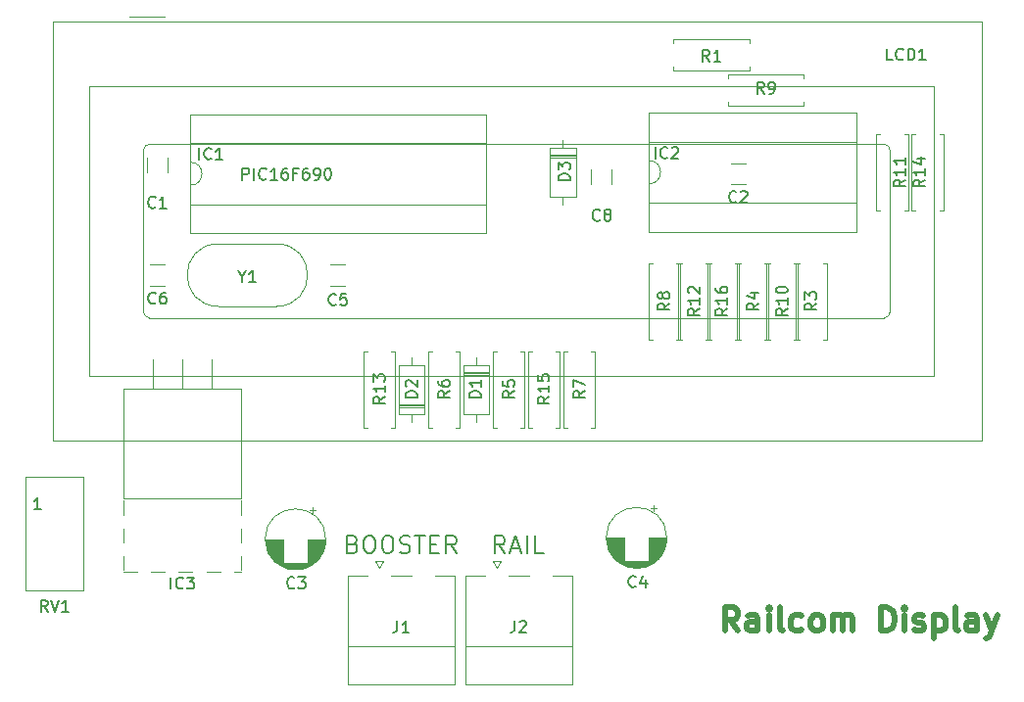
<source format=gto>
G04 #@! TF.GenerationSoftware,KiCad,Pcbnew,(6.0.9)*
G04 #@! TF.CreationDate,2022-11-22T09:13:48+09:00*
G04 #@! TF.ProjectId,RailcomDisplay,5261696c-636f-46d4-9469-73706c61792e,rev?*
G04 #@! TF.SameCoordinates,PX6021600PY87cda00*
G04 #@! TF.FileFunction,Legend,Top*
G04 #@! TF.FilePolarity,Positive*
%FSLAX46Y46*%
G04 Gerber Fmt 4.6, Leading zero omitted, Abs format (unit mm)*
G04 Created by KiCad (PCBNEW (6.0.9)) date 2022-11-22 09:13:48*
%MOMM*%
%LPD*%
G01*
G04 APERTURE LIST*
%ADD10C,0.150000*%
%ADD11C,0.500000*%
%ADD12C,0.120000*%
G04 APERTURE END LIST*
D10*
X26162476Y43807120D02*
X26162476Y44807120D01*
X26543428Y44807120D01*
X26638666Y44759500D01*
X26686285Y44711881D01*
X26733904Y44616643D01*
X26733904Y44473786D01*
X26686285Y44378548D01*
X26638666Y44330929D01*
X26543428Y44283310D01*
X26162476Y44283310D01*
X27162476Y43807120D02*
X27162476Y44807120D01*
X28210095Y43902358D02*
X28162476Y43854739D01*
X28019619Y43807120D01*
X27924380Y43807120D01*
X27781523Y43854739D01*
X27686285Y43949977D01*
X27638666Y44045215D01*
X27591047Y44235691D01*
X27591047Y44378548D01*
X27638666Y44569024D01*
X27686285Y44664262D01*
X27781523Y44759500D01*
X27924380Y44807120D01*
X28019619Y44807120D01*
X28162476Y44759500D01*
X28210095Y44711881D01*
X29162476Y43807120D02*
X28591047Y43807120D01*
X28876761Y43807120D02*
X28876761Y44807120D01*
X28781523Y44664262D01*
X28686285Y44569024D01*
X28591047Y44521405D01*
X30019619Y44807120D02*
X29829142Y44807120D01*
X29733904Y44759500D01*
X29686285Y44711881D01*
X29591047Y44569024D01*
X29543428Y44378548D01*
X29543428Y43997596D01*
X29591047Y43902358D01*
X29638666Y43854739D01*
X29733904Y43807120D01*
X29924380Y43807120D01*
X30019619Y43854739D01*
X30067238Y43902358D01*
X30114857Y43997596D01*
X30114857Y44235691D01*
X30067238Y44330929D01*
X30019619Y44378548D01*
X29924380Y44426167D01*
X29733904Y44426167D01*
X29638666Y44378548D01*
X29591047Y44330929D01*
X29543428Y44235691D01*
X30876761Y44330929D02*
X30543428Y44330929D01*
X30543428Y43807120D02*
X30543428Y44807120D01*
X31019619Y44807120D01*
X31829142Y44807120D02*
X31638666Y44807120D01*
X31543428Y44759500D01*
X31495809Y44711881D01*
X31400571Y44569024D01*
X31352952Y44378548D01*
X31352952Y43997596D01*
X31400571Y43902358D01*
X31448190Y43854739D01*
X31543428Y43807120D01*
X31733904Y43807120D01*
X31829142Y43854739D01*
X31876761Y43902358D01*
X31924380Y43997596D01*
X31924380Y44235691D01*
X31876761Y44330929D01*
X31829142Y44378548D01*
X31733904Y44426167D01*
X31543428Y44426167D01*
X31448190Y44378548D01*
X31400571Y44330929D01*
X31352952Y44235691D01*
X32400571Y43807120D02*
X32591047Y43807120D01*
X32686285Y43854739D01*
X32733904Y43902358D01*
X32829142Y44045215D01*
X32876761Y44235691D01*
X32876761Y44616643D01*
X32829142Y44711881D01*
X32781523Y44759500D01*
X32686285Y44807120D01*
X32495809Y44807120D01*
X32400571Y44759500D01*
X32352952Y44711881D01*
X32305333Y44616643D01*
X32305333Y44378548D01*
X32352952Y44283310D01*
X32400571Y44235691D01*
X32495809Y44188072D01*
X32686285Y44188072D01*
X32781523Y44235691D01*
X32829142Y44283310D01*
X32876761Y44378548D01*
X33495809Y44807120D02*
X33591047Y44807120D01*
X33686285Y44759500D01*
X33733904Y44711881D01*
X33781523Y44616643D01*
X33829142Y44426167D01*
X33829142Y44188072D01*
X33781523Y43997596D01*
X33733904Y43902358D01*
X33686285Y43854739D01*
X33591047Y43807120D01*
X33495809Y43807120D01*
X33400571Y43854739D01*
X33352952Y43902358D01*
X33305333Y43997596D01*
X33257714Y44188072D01*
X33257714Y44426167D01*
X33305333Y44616643D01*
X33352952Y44711881D01*
X33400571Y44759500D01*
X33495809Y44807120D01*
D11*
X68978190Y4810239D02*
X68311523Y5762620D01*
X67835333Y4810239D02*
X67835333Y6810239D01*
X68597238Y6810239D01*
X68787714Y6715000D01*
X68882952Y6619762D01*
X68978190Y6429286D01*
X68978190Y6143572D01*
X68882952Y5953096D01*
X68787714Y5857858D01*
X68597238Y5762620D01*
X67835333Y5762620D01*
X70692476Y4810239D02*
X70692476Y5857858D01*
X70597238Y6048334D01*
X70406761Y6143572D01*
X70025809Y6143572D01*
X69835333Y6048334D01*
X70692476Y4905477D02*
X70502000Y4810239D01*
X70025809Y4810239D01*
X69835333Y4905477D01*
X69740095Y5095953D01*
X69740095Y5286429D01*
X69835333Y5476905D01*
X70025809Y5572143D01*
X70502000Y5572143D01*
X70692476Y5667381D01*
X71644857Y4810239D02*
X71644857Y6143572D01*
X71644857Y6810239D02*
X71549619Y6715000D01*
X71644857Y6619762D01*
X71740095Y6715000D01*
X71644857Y6810239D01*
X71644857Y6619762D01*
X72882952Y4810239D02*
X72692476Y4905477D01*
X72597238Y5095953D01*
X72597238Y6810239D01*
X74502000Y4905477D02*
X74311523Y4810239D01*
X73930571Y4810239D01*
X73740095Y4905477D01*
X73644857Y5000715D01*
X73549619Y5191191D01*
X73549619Y5762620D01*
X73644857Y5953096D01*
X73740095Y6048334D01*
X73930571Y6143572D01*
X74311523Y6143572D01*
X74502000Y6048334D01*
X75644857Y4810239D02*
X75454380Y4905477D01*
X75359142Y5000715D01*
X75263904Y5191191D01*
X75263904Y5762620D01*
X75359142Y5953096D01*
X75454380Y6048334D01*
X75644857Y6143572D01*
X75930571Y6143572D01*
X76121047Y6048334D01*
X76216285Y5953096D01*
X76311523Y5762620D01*
X76311523Y5191191D01*
X76216285Y5000715D01*
X76121047Y4905477D01*
X75930571Y4810239D01*
X75644857Y4810239D01*
X77168666Y4810239D02*
X77168666Y6143572D01*
X77168666Y5953096D02*
X77263904Y6048334D01*
X77454380Y6143572D01*
X77740095Y6143572D01*
X77930571Y6048334D01*
X78025809Y5857858D01*
X78025809Y4810239D01*
X78025809Y5857858D02*
X78121047Y6048334D01*
X78311523Y6143572D01*
X78597238Y6143572D01*
X78787714Y6048334D01*
X78882952Y5857858D01*
X78882952Y4810239D01*
X81359142Y4810239D02*
X81359142Y6810239D01*
X81835333Y6810239D01*
X82121047Y6715000D01*
X82311523Y6524524D01*
X82406761Y6334048D01*
X82502000Y5953096D01*
X82502000Y5667381D01*
X82406761Y5286429D01*
X82311523Y5095953D01*
X82121047Y4905477D01*
X81835333Y4810239D01*
X81359142Y4810239D01*
X83359142Y4810239D02*
X83359142Y6143572D01*
X83359142Y6810239D02*
X83263904Y6715000D01*
X83359142Y6619762D01*
X83454380Y6715000D01*
X83359142Y6810239D01*
X83359142Y6619762D01*
X84216285Y4905477D02*
X84406761Y4810239D01*
X84787714Y4810239D01*
X84978190Y4905477D01*
X85073428Y5095953D01*
X85073428Y5191191D01*
X84978190Y5381667D01*
X84787714Y5476905D01*
X84502000Y5476905D01*
X84311523Y5572143D01*
X84216285Y5762620D01*
X84216285Y5857858D01*
X84311523Y6048334D01*
X84502000Y6143572D01*
X84787714Y6143572D01*
X84978190Y6048334D01*
X85930571Y6143572D02*
X85930571Y4143572D01*
X85930571Y6048334D02*
X86121047Y6143572D01*
X86502000Y6143572D01*
X86692476Y6048334D01*
X86787714Y5953096D01*
X86882952Y5762620D01*
X86882952Y5191191D01*
X86787714Y5000715D01*
X86692476Y4905477D01*
X86502000Y4810239D01*
X86121047Y4810239D01*
X85930571Y4905477D01*
X88025809Y4810239D02*
X87835333Y4905477D01*
X87740095Y5095953D01*
X87740095Y6810239D01*
X89644857Y4810239D02*
X89644857Y5857858D01*
X89549619Y6048334D01*
X89359142Y6143572D01*
X88978190Y6143572D01*
X88787714Y6048334D01*
X89644857Y4905477D02*
X89454380Y4810239D01*
X88978190Y4810239D01*
X88787714Y4905477D01*
X88692476Y5095953D01*
X88692476Y5286429D01*
X88787714Y5476905D01*
X88978190Y5572143D01*
X89454380Y5572143D01*
X89644857Y5667381D01*
X90406761Y6143572D02*
X90882952Y4810239D01*
X91359142Y6143572D02*
X90882952Y4810239D01*
X90692476Y4334048D01*
X90597238Y4238810D01*
X90406761Y4143572D01*
D10*
X35699428Y12299143D02*
X35913714Y12227715D01*
X35985142Y12156286D01*
X36056571Y12013429D01*
X36056571Y11799143D01*
X35985142Y11656286D01*
X35913714Y11584858D01*
X35770857Y11513429D01*
X35199428Y11513429D01*
X35199428Y13013429D01*
X35699428Y13013429D01*
X35842285Y12942000D01*
X35913714Y12870572D01*
X35985142Y12727715D01*
X35985142Y12584858D01*
X35913714Y12442000D01*
X35842285Y12370572D01*
X35699428Y12299143D01*
X35199428Y12299143D01*
X36985142Y13013429D02*
X37270857Y13013429D01*
X37413714Y12942000D01*
X37556571Y12799143D01*
X37628000Y12513429D01*
X37628000Y12013429D01*
X37556571Y11727715D01*
X37413714Y11584858D01*
X37270857Y11513429D01*
X36985142Y11513429D01*
X36842285Y11584858D01*
X36699428Y11727715D01*
X36628000Y12013429D01*
X36628000Y12513429D01*
X36699428Y12799143D01*
X36842285Y12942000D01*
X36985142Y13013429D01*
X38556571Y13013429D02*
X38842285Y13013429D01*
X38985142Y12942000D01*
X39128000Y12799143D01*
X39199428Y12513429D01*
X39199428Y12013429D01*
X39128000Y11727715D01*
X38985142Y11584858D01*
X38842285Y11513429D01*
X38556571Y11513429D01*
X38413714Y11584858D01*
X38270857Y11727715D01*
X38199428Y12013429D01*
X38199428Y12513429D01*
X38270857Y12799143D01*
X38413714Y12942000D01*
X38556571Y13013429D01*
X39770857Y11584858D02*
X39985142Y11513429D01*
X40342285Y11513429D01*
X40485142Y11584858D01*
X40556571Y11656286D01*
X40628000Y11799143D01*
X40628000Y11942000D01*
X40556571Y12084858D01*
X40485142Y12156286D01*
X40342285Y12227715D01*
X40056571Y12299143D01*
X39913714Y12370572D01*
X39842285Y12442000D01*
X39770857Y12584858D01*
X39770857Y12727715D01*
X39842285Y12870572D01*
X39913714Y12942000D01*
X40056571Y13013429D01*
X40413714Y13013429D01*
X40628000Y12942000D01*
X41056571Y13013429D02*
X41913714Y13013429D01*
X41485142Y11513429D02*
X41485142Y13013429D01*
X42413714Y12299143D02*
X42913714Y12299143D01*
X43128000Y11513429D02*
X42413714Y11513429D01*
X42413714Y13013429D01*
X43128000Y13013429D01*
X44628000Y11513429D02*
X44128000Y12227715D01*
X43770857Y11513429D02*
X43770857Y13013429D01*
X44342285Y13013429D01*
X44485142Y12942000D01*
X44556571Y12870572D01*
X44628000Y12727715D01*
X44628000Y12513429D01*
X44556571Y12370572D01*
X44485142Y12299143D01*
X44342285Y12227715D01*
X43770857Y12227715D01*
X48831642Y11513429D02*
X48331642Y12227715D01*
X47974500Y11513429D02*
X47974500Y13013429D01*
X48545928Y13013429D01*
X48688785Y12942000D01*
X48760214Y12870572D01*
X48831642Y12727715D01*
X48831642Y12513429D01*
X48760214Y12370572D01*
X48688785Y12299143D01*
X48545928Y12227715D01*
X47974500Y12227715D01*
X49403071Y11942000D02*
X50117357Y11942000D01*
X49260214Y11513429D02*
X49760214Y13013429D01*
X50260214Y11513429D01*
X50760214Y11513429D02*
X50760214Y13013429D01*
X52188785Y11513429D02*
X51474500Y11513429D01*
X51474500Y13013429D01*
X8731214Y15295620D02*
X8159785Y15295620D01*
X8445500Y15295620D02*
X8445500Y16295620D01*
X8350261Y16152762D01*
X8255023Y16057524D01*
X8159785Y16009905D01*
X18633333Y41442858D02*
X18585714Y41395239D01*
X18442857Y41347620D01*
X18347619Y41347620D01*
X18204761Y41395239D01*
X18109523Y41490477D01*
X18061904Y41585715D01*
X18014285Y41776191D01*
X18014285Y41919048D01*
X18061904Y42109524D01*
X18109523Y42204762D01*
X18204761Y42300000D01*
X18347619Y42347620D01*
X18442857Y42347620D01*
X18585714Y42300000D01*
X18633333Y42252381D01*
X19585714Y41347620D02*
X19014285Y41347620D01*
X19300000Y41347620D02*
X19300000Y42347620D01*
X19204761Y42204762D01*
X19109523Y42109524D01*
X19014285Y42061905D01*
X68814333Y41915858D02*
X68766714Y41868239D01*
X68623857Y41820620D01*
X68528619Y41820620D01*
X68385761Y41868239D01*
X68290523Y41963477D01*
X68242904Y42058715D01*
X68195285Y42249191D01*
X68195285Y42392048D01*
X68242904Y42582524D01*
X68290523Y42677762D01*
X68385761Y42773000D01*
X68528619Y42820620D01*
X68623857Y42820620D01*
X68766714Y42773000D01*
X68814333Y42725381D01*
X69195285Y42725381D02*
X69242904Y42773000D01*
X69338142Y42820620D01*
X69576238Y42820620D01*
X69671476Y42773000D01*
X69719095Y42725381D01*
X69766714Y42630143D01*
X69766714Y42534905D01*
X69719095Y42392048D01*
X69147666Y41820620D01*
X69766714Y41820620D01*
X34230333Y33042858D02*
X34182714Y32995239D01*
X34039857Y32947620D01*
X33944619Y32947620D01*
X33801761Y32995239D01*
X33706523Y33090477D01*
X33658904Y33185715D01*
X33611285Y33376191D01*
X33611285Y33519048D01*
X33658904Y33709524D01*
X33706523Y33804762D01*
X33801761Y33900000D01*
X33944619Y33947620D01*
X34039857Y33947620D01*
X34182714Y33900000D01*
X34230333Y33852381D01*
X35135095Y33947620D02*
X34658904Y33947620D01*
X34611285Y33471429D01*
X34658904Y33519048D01*
X34754142Y33566667D01*
X34992238Y33566667D01*
X35087476Y33519048D01*
X35135095Y33471429D01*
X35182714Y33376191D01*
X35182714Y33138096D01*
X35135095Y33042858D01*
X35087476Y32995239D01*
X34992238Y32947620D01*
X34754142Y32947620D01*
X34658904Y32995239D01*
X34611285Y33042858D01*
X61823809Y45647620D02*
X61823809Y46647620D01*
X62871428Y45742858D02*
X62823809Y45695239D01*
X62680952Y45647620D01*
X62585714Y45647620D01*
X62442857Y45695239D01*
X62347619Y45790477D01*
X62300000Y45885715D01*
X62252380Y46076191D01*
X62252380Y46219048D01*
X62300000Y46409524D01*
X62347619Y46504762D01*
X62442857Y46600000D01*
X62585714Y46647620D01*
X62680952Y46647620D01*
X62823809Y46600000D01*
X62871428Y46552381D01*
X63252380Y46552381D02*
X63300000Y46600000D01*
X63395238Y46647620D01*
X63633333Y46647620D01*
X63728571Y46600000D01*
X63776190Y46552381D01*
X63823809Y46457143D01*
X63823809Y46361905D01*
X63776190Y46219048D01*
X63204761Y45647620D01*
X63823809Y45647620D01*
X39539666Y5647620D02*
X39539666Y4933334D01*
X39492047Y4790477D01*
X39396809Y4695239D01*
X39253952Y4647620D01*
X39158714Y4647620D01*
X40539666Y4647620D02*
X39968238Y4647620D01*
X40253952Y4647620D02*
X40253952Y5647620D01*
X40158714Y5504762D01*
X40063476Y5409524D01*
X39968238Y5361905D01*
X49666666Y5647620D02*
X49666666Y4933334D01*
X49619047Y4790477D01*
X49523809Y4695239D01*
X49380952Y4647620D01*
X49285714Y4647620D01*
X50095238Y5552381D02*
X50142857Y5600000D01*
X50238095Y5647620D01*
X50476190Y5647620D01*
X50571428Y5600000D01*
X50619047Y5552381D01*
X50666666Y5457143D01*
X50666666Y5361905D01*
X50619047Y5219048D01*
X50047619Y4647620D01*
X50666666Y4647620D01*
X9315761Y6447620D02*
X8982428Y6923810D01*
X8744333Y6447620D02*
X8744333Y7447620D01*
X9125285Y7447620D01*
X9220523Y7400000D01*
X9268142Y7352381D01*
X9315761Y7257143D01*
X9315761Y7114286D01*
X9268142Y7019048D01*
X9220523Y6971429D01*
X9125285Y6923810D01*
X8744333Y6923810D01*
X9601476Y7447620D02*
X9934809Y6447620D01*
X10268142Y7447620D01*
X11125285Y6447620D02*
X10553857Y6447620D01*
X10839571Y6447620D02*
X10839571Y7447620D01*
X10744333Y7304762D01*
X10649095Y7209524D01*
X10553857Y7161905D01*
X26106809Y35423810D02*
X26106809Y34947620D01*
X25773476Y35947620D02*
X26106809Y35423810D01*
X26440142Y35947620D01*
X27297285Y34947620D02*
X26725857Y34947620D01*
X27011571Y34947620D02*
X27011571Y35947620D01*
X26916333Y35804762D01*
X26821095Y35709524D01*
X26725857Y35661905D01*
X22423809Y45547620D02*
X22423809Y46547620D01*
X23471428Y45642858D02*
X23423809Y45595239D01*
X23280952Y45547620D01*
X23185714Y45547620D01*
X23042857Y45595239D01*
X22947619Y45690477D01*
X22900000Y45785715D01*
X22852380Y45976191D01*
X22852380Y46119048D01*
X22900000Y46309524D01*
X22947619Y46404762D01*
X23042857Y46500000D01*
X23185714Y46547620D01*
X23280952Y46547620D01*
X23423809Y46500000D01*
X23471428Y46452381D01*
X24423809Y45547620D02*
X23852380Y45547620D01*
X24138095Y45547620D02*
X24138095Y46547620D01*
X24042857Y46404762D01*
X23947619Y46309524D01*
X23852380Y46261905D01*
X54452380Y43761905D02*
X53452380Y43761905D01*
X53452380Y44000000D01*
X53500000Y44142858D01*
X53595238Y44238096D01*
X53690476Y44285715D01*
X53880952Y44333334D01*
X54023809Y44333334D01*
X54214285Y44285715D01*
X54309523Y44238096D01*
X54404761Y44142858D01*
X54452380Y44000000D01*
X54452380Y43761905D01*
X53452380Y44666667D02*
X53452380Y45285715D01*
X53833333Y44952381D01*
X53833333Y45095239D01*
X53880952Y45190477D01*
X53928571Y45238096D01*
X54023809Y45285715D01*
X54261904Y45285715D01*
X54357142Y45238096D01*
X54404761Y45190477D01*
X54452380Y45095239D01*
X54452380Y44809524D01*
X54404761Y44714286D01*
X54357142Y44666667D01*
X57033333Y40342858D02*
X56985714Y40295239D01*
X56842857Y40247620D01*
X56747619Y40247620D01*
X56604761Y40295239D01*
X56509523Y40390477D01*
X56461904Y40485715D01*
X56414285Y40676191D01*
X56414285Y40819048D01*
X56461904Y41009524D01*
X56509523Y41104762D01*
X56604761Y41200000D01*
X56747619Y41247620D01*
X56842857Y41247620D01*
X56985714Y41200000D01*
X57033333Y41152381D01*
X57604761Y40819048D02*
X57509523Y40866667D01*
X57461904Y40914286D01*
X57414285Y41009524D01*
X57414285Y41057143D01*
X57461904Y41152381D01*
X57509523Y41200000D01*
X57604761Y41247620D01*
X57795238Y41247620D01*
X57890476Y41200000D01*
X57938095Y41152381D01*
X57985714Y41057143D01*
X57985714Y41009524D01*
X57938095Y40914286D01*
X57890476Y40866667D01*
X57795238Y40819048D01*
X57604761Y40819048D01*
X57509523Y40771429D01*
X57461904Y40723810D01*
X57414285Y40628572D01*
X57414285Y40438096D01*
X57461904Y40342858D01*
X57509523Y40295239D01*
X57604761Y40247620D01*
X57795238Y40247620D01*
X57890476Y40295239D01*
X57938095Y40342858D01*
X57985714Y40438096D01*
X57985714Y40628572D01*
X57938095Y40723810D01*
X57890476Y40771429D01*
X57795238Y40819048D01*
X60133333Y8642858D02*
X60085714Y8595239D01*
X59942857Y8547620D01*
X59847619Y8547620D01*
X59704761Y8595239D01*
X59609523Y8690477D01*
X59561904Y8785715D01*
X59514285Y8976191D01*
X59514285Y9119048D01*
X59561904Y9309524D01*
X59609523Y9404762D01*
X59704761Y9500000D01*
X59847619Y9547620D01*
X59942857Y9547620D01*
X60085714Y9500000D01*
X60133333Y9452381D01*
X60990476Y9214286D02*
X60990476Y8547620D01*
X60752380Y9595239D02*
X60514285Y8880953D01*
X61133333Y8880953D01*
X18649333Y33152858D02*
X18601714Y33105239D01*
X18458857Y33057620D01*
X18363619Y33057620D01*
X18220761Y33105239D01*
X18125523Y33200477D01*
X18077904Y33295715D01*
X18030285Y33486191D01*
X18030285Y33629048D01*
X18077904Y33819524D01*
X18125523Y33914762D01*
X18220761Y34010000D01*
X18363619Y34057620D01*
X18458857Y34057620D01*
X18601714Y34010000D01*
X18649333Y33962381D01*
X19506476Y34057620D02*
X19316000Y34057620D01*
X19220761Y34010000D01*
X19173142Y33962381D01*
X19077904Y33819524D01*
X19030285Y33629048D01*
X19030285Y33248096D01*
X19077904Y33152858D01*
X19125523Y33105239D01*
X19220761Y33057620D01*
X19411238Y33057620D01*
X19506476Y33105239D01*
X19554095Y33152858D01*
X19601714Y33248096D01*
X19601714Y33486191D01*
X19554095Y33581429D01*
X19506476Y33629048D01*
X19411238Y33676667D01*
X19220761Y33676667D01*
X19125523Y33629048D01*
X19077904Y33581429D01*
X19030285Y33486191D01*
X41252380Y24961905D02*
X40252380Y24961905D01*
X40252380Y25200000D01*
X40300000Y25342858D01*
X40395238Y25438096D01*
X40490476Y25485715D01*
X40680952Y25533334D01*
X40823809Y25533334D01*
X41014285Y25485715D01*
X41109523Y25438096D01*
X41204761Y25342858D01*
X41252380Y25200000D01*
X41252380Y24961905D01*
X40347619Y25914286D02*
X40300000Y25961905D01*
X40252380Y26057143D01*
X40252380Y26295239D01*
X40300000Y26390477D01*
X40347619Y26438096D01*
X40442857Y26485715D01*
X40538095Y26485715D01*
X40680952Y26438096D01*
X41252380Y25866667D01*
X41252380Y26485715D01*
X66508333Y54047620D02*
X66175000Y54523810D01*
X65936904Y54047620D02*
X65936904Y55047620D01*
X66317857Y55047620D01*
X66413095Y55000000D01*
X66460714Y54952381D01*
X66508333Y54857143D01*
X66508333Y54714286D01*
X66460714Y54619048D01*
X66413095Y54571429D01*
X66317857Y54523810D01*
X65936904Y54523810D01*
X67460714Y54047620D02*
X66889285Y54047620D01*
X67175000Y54047620D02*
X67175000Y55047620D01*
X67079761Y54904762D01*
X66984523Y54809524D01*
X66889285Y54761905D01*
X75752380Y33133334D02*
X75276190Y32800000D01*
X75752380Y32561905D02*
X74752380Y32561905D01*
X74752380Y32942858D01*
X74800000Y33038096D01*
X74847619Y33085715D01*
X74942857Y33133334D01*
X75085714Y33133334D01*
X75180952Y33085715D01*
X75228571Y33038096D01*
X75276190Y32942858D01*
X75276190Y32561905D01*
X74752380Y33466667D02*
X74752380Y34085715D01*
X75133333Y33752381D01*
X75133333Y33895239D01*
X75180952Y33990477D01*
X75228571Y34038096D01*
X75323809Y34085715D01*
X75561904Y34085715D01*
X75657142Y34038096D01*
X75704761Y33990477D01*
X75752380Y33895239D01*
X75752380Y33609524D01*
X75704761Y33514286D01*
X75657142Y33466667D01*
X70752380Y33133334D02*
X70276190Y32800000D01*
X70752380Y32561905D02*
X69752380Y32561905D01*
X69752380Y32942858D01*
X69800000Y33038096D01*
X69847619Y33085715D01*
X69942857Y33133334D01*
X70085714Y33133334D01*
X70180952Y33085715D01*
X70228571Y33038096D01*
X70276190Y32942858D01*
X70276190Y32561905D01*
X70085714Y33990477D02*
X70752380Y33990477D01*
X69704761Y33752381D02*
X70419047Y33514286D01*
X70419047Y34133334D01*
X49652380Y25533334D02*
X49176190Y25200000D01*
X49652380Y24961905D02*
X48652380Y24961905D01*
X48652380Y25342858D01*
X48700000Y25438096D01*
X48747619Y25485715D01*
X48842857Y25533334D01*
X48985714Y25533334D01*
X49080952Y25485715D01*
X49128571Y25438096D01*
X49176190Y25342858D01*
X49176190Y24961905D01*
X48652380Y26438096D02*
X48652380Y25961905D01*
X49128571Y25914286D01*
X49080952Y25961905D01*
X49033333Y26057143D01*
X49033333Y26295239D01*
X49080952Y26390477D01*
X49128571Y26438096D01*
X49223809Y26485715D01*
X49461904Y26485715D01*
X49557142Y26438096D01*
X49604761Y26390477D01*
X49652380Y26295239D01*
X49652380Y26057143D01*
X49604761Y25961905D01*
X49557142Y25914286D01*
X44052380Y25533334D02*
X43576190Y25200000D01*
X44052380Y24961905D02*
X43052380Y24961905D01*
X43052380Y25342858D01*
X43100000Y25438096D01*
X43147619Y25485715D01*
X43242857Y25533334D01*
X43385714Y25533334D01*
X43480952Y25485715D01*
X43528571Y25438096D01*
X43576190Y25342858D01*
X43576190Y24961905D01*
X43052380Y26390477D02*
X43052380Y26200000D01*
X43100000Y26104762D01*
X43147619Y26057143D01*
X43290476Y25961905D01*
X43480952Y25914286D01*
X43861904Y25914286D01*
X43957142Y25961905D01*
X44004761Y26009524D01*
X44052380Y26104762D01*
X44052380Y26295239D01*
X44004761Y26390477D01*
X43957142Y26438096D01*
X43861904Y26485715D01*
X43623809Y26485715D01*
X43528571Y26438096D01*
X43480952Y26390477D01*
X43433333Y26295239D01*
X43433333Y26104762D01*
X43480952Y26009524D01*
X43528571Y25961905D01*
X43623809Y25914286D01*
X63052380Y33133334D02*
X62576190Y32800000D01*
X63052380Y32561905D02*
X62052380Y32561905D01*
X62052380Y32942858D01*
X62100000Y33038096D01*
X62147619Y33085715D01*
X62242857Y33133334D01*
X62385714Y33133334D01*
X62480952Y33085715D01*
X62528571Y33038096D01*
X62576190Y32942858D01*
X62576190Y32561905D01*
X62480952Y33704762D02*
X62433333Y33609524D01*
X62385714Y33561905D01*
X62290476Y33514286D01*
X62242857Y33514286D01*
X62147619Y33561905D01*
X62100000Y33609524D01*
X62052380Y33704762D01*
X62052380Y33895239D01*
X62100000Y33990477D01*
X62147619Y34038096D01*
X62242857Y34085715D01*
X62290476Y34085715D01*
X62385714Y34038096D01*
X62433333Y33990477D01*
X62480952Y33895239D01*
X62480952Y33704762D01*
X62528571Y33609524D01*
X62576190Y33561905D01*
X62671428Y33514286D01*
X62861904Y33514286D01*
X62957142Y33561905D01*
X63004761Y33609524D01*
X63052380Y33704762D01*
X63052380Y33895239D01*
X63004761Y33990477D01*
X62957142Y34038096D01*
X62861904Y34085715D01*
X62671428Y34085715D01*
X62576190Y34038096D01*
X62528571Y33990477D01*
X62480952Y33895239D01*
X71207333Y51247620D02*
X70874000Y51723810D01*
X70635904Y51247620D02*
X70635904Y52247620D01*
X71016857Y52247620D01*
X71112095Y52200000D01*
X71159714Y52152381D01*
X71207333Y52057143D01*
X71207333Y51914286D01*
X71159714Y51819048D01*
X71112095Y51771429D01*
X71016857Y51723810D01*
X70635904Y51723810D01*
X71683523Y51247620D02*
X71874000Y51247620D01*
X71969238Y51295239D01*
X72016857Y51342858D01*
X72112095Y51485715D01*
X72159714Y51676191D01*
X72159714Y52057143D01*
X72112095Y52152381D01*
X72064476Y52200000D01*
X71969238Y52247620D01*
X71778761Y52247620D01*
X71683523Y52200000D01*
X71635904Y52152381D01*
X71588285Y52057143D01*
X71588285Y51819048D01*
X71635904Y51723810D01*
X71683523Y51676191D01*
X71778761Y51628572D01*
X71969238Y51628572D01*
X72064476Y51676191D01*
X72112095Y51723810D01*
X72159714Y51819048D01*
X73252380Y32657143D02*
X72776190Y32323810D01*
X73252380Y32085715D02*
X72252380Y32085715D01*
X72252380Y32466667D01*
X72300000Y32561905D01*
X72347619Y32609524D01*
X72442857Y32657143D01*
X72585714Y32657143D01*
X72680952Y32609524D01*
X72728571Y32561905D01*
X72776190Y32466667D01*
X72776190Y32085715D01*
X73252380Y33609524D02*
X73252380Y33038096D01*
X73252380Y33323810D02*
X72252380Y33323810D01*
X72395238Y33228572D01*
X72490476Y33133334D01*
X72538095Y33038096D01*
X72252380Y34228572D02*
X72252380Y34323810D01*
X72300000Y34419048D01*
X72347619Y34466667D01*
X72442857Y34514286D01*
X72633333Y34561905D01*
X72871428Y34561905D01*
X73061904Y34514286D01*
X73157142Y34466667D01*
X73204761Y34419048D01*
X73252380Y34323810D01*
X73252380Y34228572D01*
X73204761Y34133334D01*
X73157142Y34085715D01*
X73061904Y34038096D01*
X72871428Y33990477D01*
X72633333Y33990477D01*
X72442857Y34038096D01*
X72347619Y34085715D01*
X72300000Y34133334D01*
X72252380Y34228572D01*
X65652380Y32657143D02*
X65176190Y32323810D01*
X65652380Y32085715D02*
X64652380Y32085715D01*
X64652380Y32466667D01*
X64700000Y32561905D01*
X64747619Y32609524D01*
X64842857Y32657143D01*
X64985714Y32657143D01*
X65080952Y32609524D01*
X65128571Y32561905D01*
X65176190Y32466667D01*
X65176190Y32085715D01*
X65652380Y33609524D02*
X65652380Y33038096D01*
X65652380Y33323810D02*
X64652380Y33323810D01*
X64795238Y33228572D01*
X64890476Y33133334D01*
X64938095Y33038096D01*
X64747619Y33990477D02*
X64700000Y34038096D01*
X64652380Y34133334D01*
X64652380Y34371429D01*
X64700000Y34466667D01*
X64747619Y34514286D01*
X64842857Y34561905D01*
X64938095Y34561905D01*
X65080952Y34514286D01*
X65652380Y33942858D01*
X65652380Y34561905D01*
X38452380Y25057143D02*
X37976190Y24723810D01*
X38452380Y24485715D02*
X37452380Y24485715D01*
X37452380Y24866667D01*
X37500000Y24961905D01*
X37547619Y25009524D01*
X37642857Y25057143D01*
X37785714Y25057143D01*
X37880952Y25009524D01*
X37928571Y24961905D01*
X37976190Y24866667D01*
X37976190Y24485715D01*
X38452380Y26009524D02*
X38452380Y25438096D01*
X38452380Y25723810D02*
X37452380Y25723810D01*
X37595238Y25628572D01*
X37690476Y25533334D01*
X37738095Y25438096D01*
X37452380Y26342858D02*
X37452380Y26961905D01*
X37833333Y26628572D01*
X37833333Y26771429D01*
X37880952Y26866667D01*
X37928571Y26914286D01*
X38023809Y26961905D01*
X38261904Y26961905D01*
X38357142Y26914286D01*
X38404761Y26866667D01*
X38452380Y26771429D01*
X38452380Y26485715D01*
X38404761Y26390477D01*
X38357142Y26342858D01*
X85118380Y43807143D02*
X84642190Y43473810D01*
X85118380Y43235715D02*
X84118380Y43235715D01*
X84118380Y43616667D01*
X84166000Y43711905D01*
X84213619Y43759524D01*
X84308857Y43807143D01*
X84451714Y43807143D01*
X84546952Y43759524D01*
X84594571Y43711905D01*
X84642190Y43616667D01*
X84642190Y43235715D01*
X85118380Y44759524D02*
X85118380Y44188096D01*
X85118380Y44473810D02*
X84118380Y44473810D01*
X84261238Y44378572D01*
X84356476Y44283334D01*
X84404095Y44188096D01*
X84451714Y45616667D02*
X85118380Y45616667D01*
X84070761Y45378572D02*
X84785047Y45140477D01*
X84785047Y45759524D01*
X68052380Y32657143D02*
X67576190Y32323810D01*
X68052380Y32085715D02*
X67052380Y32085715D01*
X67052380Y32466667D01*
X67100000Y32561905D01*
X67147619Y32609524D01*
X67242857Y32657143D01*
X67385714Y32657143D01*
X67480952Y32609524D01*
X67528571Y32561905D01*
X67576190Y32466667D01*
X67576190Y32085715D01*
X68052380Y33609524D02*
X68052380Y33038096D01*
X68052380Y33323810D02*
X67052380Y33323810D01*
X67195238Y33228572D01*
X67290476Y33133334D01*
X67338095Y33038096D01*
X67052380Y34466667D02*
X67052380Y34276191D01*
X67100000Y34180953D01*
X67147619Y34133334D01*
X67290476Y34038096D01*
X67480952Y33990477D01*
X67861904Y33990477D01*
X67957142Y34038096D01*
X68004761Y34085715D01*
X68052380Y34180953D01*
X68052380Y34371429D01*
X68004761Y34466667D01*
X67957142Y34514286D01*
X67861904Y34561905D01*
X67623809Y34561905D01*
X67528571Y34514286D01*
X67480952Y34466667D01*
X67433333Y34371429D01*
X67433333Y34180953D01*
X67480952Y34085715D01*
X67528571Y34038096D01*
X67623809Y33990477D01*
X55752380Y25533334D02*
X55276190Y25200000D01*
X55752380Y24961905D02*
X54752380Y24961905D01*
X54752380Y25342858D01*
X54800000Y25438096D01*
X54847619Y25485715D01*
X54942857Y25533334D01*
X55085714Y25533334D01*
X55180952Y25485715D01*
X55228571Y25438096D01*
X55276190Y25342858D01*
X55276190Y24961905D01*
X54752380Y25866667D02*
X54752380Y26533334D01*
X55752380Y26104762D01*
X19978809Y8431620D02*
X19978809Y9431620D01*
X21026428Y8526858D02*
X20978809Y8479239D01*
X20835952Y8431620D01*
X20740714Y8431620D01*
X20597857Y8479239D01*
X20502619Y8574477D01*
X20455000Y8669715D01*
X20407380Y8860191D01*
X20407380Y9003048D01*
X20455000Y9193524D01*
X20502619Y9288762D01*
X20597857Y9384000D01*
X20740714Y9431620D01*
X20835952Y9431620D01*
X20978809Y9384000D01*
X21026428Y9336381D01*
X21359761Y9431620D02*
X21978809Y9431620D01*
X21645476Y9050667D01*
X21788333Y9050667D01*
X21883571Y9003048D01*
X21931190Y8955429D01*
X21978809Y8860191D01*
X21978809Y8622096D01*
X21931190Y8526858D01*
X21883571Y8479239D01*
X21788333Y8431620D01*
X21502619Y8431620D01*
X21407380Y8479239D01*
X21359761Y8526858D01*
X82333333Y54147620D02*
X81857142Y54147620D01*
X81857142Y55147620D01*
X83238095Y54242858D02*
X83190476Y54195239D01*
X83047619Y54147620D01*
X82952380Y54147620D01*
X82809523Y54195239D01*
X82714285Y54290477D01*
X82666666Y54385715D01*
X82619047Y54576191D01*
X82619047Y54719048D01*
X82666666Y54909524D01*
X82714285Y55004762D01*
X82809523Y55100000D01*
X82952380Y55147620D01*
X83047619Y55147620D01*
X83190476Y55100000D01*
X83238095Y55052381D01*
X83666666Y54147620D02*
X83666666Y55147620D01*
X83904761Y55147620D01*
X84047619Y55100000D01*
X84142857Y55004762D01*
X84190476Y54909524D01*
X84238095Y54719048D01*
X84238095Y54576191D01*
X84190476Y54385715D01*
X84142857Y54290477D01*
X84047619Y54195239D01*
X83904761Y54147620D01*
X83666666Y54147620D01*
X85190476Y54147620D02*
X84619047Y54147620D01*
X84904761Y54147620D02*
X84904761Y55147620D01*
X84809523Y55004762D01*
X84714285Y54909524D01*
X84619047Y54861905D01*
X52652380Y25057143D02*
X52176190Y24723810D01*
X52652380Y24485715D02*
X51652380Y24485715D01*
X51652380Y24866667D01*
X51700000Y24961905D01*
X51747619Y25009524D01*
X51842857Y25057143D01*
X51985714Y25057143D01*
X52080952Y25009524D01*
X52128571Y24961905D01*
X52176190Y24866667D01*
X52176190Y24485715D01*
X52652380Y26009524D02*
X52652380Y25438096D01*
X52652380Y25723810D02*
X51652380Y25723810D01*
X51795238Y25628572D01*
X51890476Y25533334D01*
X51938095Y25438096D01*
X51652380Y26914286D02*
X51652380Y26438096D01*
X52128571Y26390477D01*
X52080952Y26438096D01*
X52033333Y26533334D01*
X52033333Y26771429D01*
X52080952Y26866667D01*
X52128571Y26914286D01*
X52223809Y26961905D01*
X52461904Y26961905D01*
X52557142Y26914286D01*
X52604761Y26866667D01*
X52652380Y26771429D01*
X52652380Y26533334D01*
X52604761Y26438096D01*
X52557142Y26390477D01*
X30633333Y8542858D02*
X30585714Y8495239D01*
X30442857Y8447620D01*
X30347619Y8447620D01*
X30204761Y8495239D01*
X30109523Y8590477D01*
X30061904Y8685715D01*
X30014285Y8876191D01*
X30014285Y9019048D01*
X30061904Y9209524D01*
X30109523Y9304762D01*
X30204761Y9400000D01*
X30347619Y9447620D01*
X30442857Y9447620D01*
X30585714Y9400000D01*
X30633333Y9352381D01*
X30966666Y9447620D02*
X31585714Y9447620D01*
X31252380Y9066667D01*
X31395238Y9066667D01*
X31490476Y9019048D01*
X31538095Y8971429D01*
X31585714Y8876191D01*
X31585714Y8638096D01*
X31538095Y8542858D01*
X31490476Y8495239D01*
X31395238Y8447620D01*
X31109523Y8447620D01*
X31014285Y8495239D01*
X30966666Y8542858D01*
X83426380Y43807143D02*
X82950190Y43473810D01*
X83426380Y43235715D02*
X82426380Y43235715D01*
X82426380Y43616667D01*
X82474000Y43711905D01*
X82521619Y43759524D01*
X82616857Y43807143D01*
X82759714Y43807143D01*
X82854952Y43759524D01*
X82902571Y43711905D01*
X82950190Y43616667D01*
X82950190Y43235715D01*
X83426380Y44759524D02*
X83426380Y44188096D01*
X83426380Y44473810D02*
X82426380Y44473810D01*
X82569238Y44378572D01*
X82664476Y44283334D01*
X82712095Y44188096D01*
X83426380Y45711905D02*
X83426380Y45140477D01*
X83426380Y45426191D02*
X82426380Y45426191D01*
X82569238Y45330953D01*
X82664476Y45235715D01*
X82712095Y45140477D01*
X46752380Y24961905D02*
X45752380Y24961905D01*
X45752380Y25200000D01*
X45800000Y25342858D01*
X45895238Y25438096D01*
X45990476Y25485715D01*
X46180952Y25533334D01*
X46323809Y25533334D01*
X46514285Y25485715D01*
X46609523Y25438096D01*
X46704761Y25342858D01*
X46752380Y25200000D01*
X46752380Y24961905D01*
X46752380Y26485715D02*
X46752380Y25914286D01*
X46752380Y26200000D02*
X45752380Y26200000D01*
X45895238Y26104762D01*
X45990476Y26009524D01*
X46038095Y25914286D01*
D12*
X19716000Y44436000D02*
X19716000Y45694000D01*
X17876000Y44436000D02*
X17876000Y45694000D01*
X69610000Y45243000D02*
X68352000Y45243000D01*
X69610000Y43403000D02*
X68352000Y43403000D01*
X33768000Y36480000D02*
X35026000Y36480000D01*
X33768000Y34640000D02*
X35026000Y34640000D01*
X61221000Y39310000D02*
X79241000Y39310000D01*
X61221000Y49590000D02*
X61221000Y39310000D01*
X79181000Y41800000D02*
X79181000Y47100000D01*
X79241000Y49590000D02*
X61221000Y49590000D01*
X79181000Y47100000D02*
X61281000Y47100000D01*
X79241000Y39310000D02*
X79241000Y49590000D01*
X61281000Y47100000D02*
X61281000Y45450000D01*
X61281000Y43450000D02*
X61281000Y41800000D01*
X61281000Y41800000D02*
X79181000Y41800000D01*
X61281000Y43450000D02*
G75*
G03*
X61281000Y45450000I0J1000000D01*
G01*
X37673000Y10855000D02*
X38273000Y10855000D01*
X39023000Y9565000D02*
X40733000Y9565000D01*
X37973000Y10255000D02*
X37673000Y10855000D01*
X35263000Y3455000D02*
X44493000Y3455000D01*
X35263000Y9565000D02*
X35263000Y145000D01*
X35263000Y9565000D02*
X36923000Y9565000D01*
X44493000Y9565000D02*
X42833000Y9565000D01*
X44493000Y145000D02*
X44493000Y9565000D01*
X35263000Y145000D02*
X44493000Y145000D01*
X38273000Y10855000D02*
X37973000Y10255000D01*
X45423000Y9565000D02*
X45423000Y145000D01*
X54653000Y145000D02*
X54653000Y9565000D01*
X47833000Y10855000D02*
X48433000Y10855000D01*
X45423000Y3455000D02*
X54653000Y3455000D01*
X49183000Y9565000D02*
X50893000Y9565000D01*
X45423000Y9565000D02*
X47083000Y9565000D01*
X48433000Y10855000D02*
X48133000Y10255000D01*
X54653000Y9565000D02*
X52993000Y9565000D01*
X48133000Y10255000D02*
X47833000Y10855000D01*
X45423000Y145000D02*
X54653000Y145000D01*
X12446000Y8323000D02*
X12446000Y18093000D01*
X7376000Y8323000D02*
X12446000Y8323000D01*
X7376000Y18093000D02*
X12446000Y18093000D01*
X7376000Y8323000D02*
X7376000Y18093000D01*
X29083000Y38260000D02*
X24083000Y38260000D01*
X29083000Y32860000D02*
X24083000Y32860000D01*
X24083000Y38260000D02*
G75*
G03*
X24083000Y32860000I0J-2700000D01*
G01*
X29083000Y32860000D02*
G75*
G03*
X29083000Y38260000I0J2700000D01*
G01*
X21657000Y46973000D02*
X21657000Y45323000D01*
X47177000Y46973000D02*
X21657000Y46973000D01*
X21657000Y43323000D02*
X21657000Y41673000D01*
X21597000Y49463000D02*
X21597000Y39183000D01*
X47237000Y39183000D02*
X47237000Y49463000D01*
X47237000Y49463000D02*
X21597000Y49463000D01*
X21657000Y41673000D02*
X47177000Y41673000D01*
X21597000Y39183000D02*
X47237000Y39183000D01*
X47177000Y41673000D02*
X47177000Y46973000D01*
X21657000Y43323000D02*
G75*
G03*
X21657000Y45323000I0J1000000D01*
G01*
X54968000Y45730000D02*
X52728000Y45730000D01*
X54968000Y42330000D02*
X54968000Y46570000D01*
X52728000Y46570000D02*
X52728000Y42330000D01*
X53848000Y47220000D02*
X53848000Y46570000D01*
X54968000Y46570000D02*
X52728000Y46570000D01*
X52728000Y42330000D02*
X54968000Y42330000D01*
X54968000Y45850000D02*
X52728000Y45850000D01*
X53848000Y41680000D02*
X53848000Y42330000D01*
X54968000Y45970000D02*
X52728000Y45970000D01*
X56230000Y44718000D02*
X56230000Y43460000D01*
X58070000Y44718000D02*
X58070000Y43460000D01*
X59158000Y12122000D02*
X57718000Y12122000D01*
X62778000Y12803000D02*
X61238000Y12803000D01*
X61376000Y10522000D02*
X59020000Y10522000D01*
X62759000Y12523000D02*
X61238000Y12523000D01*
X62748000Y12443000D02*
X61238000Y12443000D01*
X59158000Y10842000D02*
X58545000Y10842000D01*
X60875000Y10322000D02*
X59521000Y10322000D01*
X59158000Y11682000D02*
X57888000Y11682000D01*
X59158000Y11162000D02*
X58227000Y11162000D01*
X62678000Y12122000D02*
X61238000Y12122000D01*
X61851000Y10842000D02*
X61238000Y10842000D01*
X62062000Y11042000D02*
X61238000Y11042000D01*
X59158000Y12683000D02*
X57622000Y12683000D01*
X59158000Y11202000D02*
X58194000Y11202000D01*
X62320000Y11362000D02*
X61238000Y11362000D01*
X62099000Y11082000D02*
X61238000Y11082000D01*
X62774000Y12683000D02*
X61238000Y12683000D01*
X61941000Y10922000D02*
X61238000Y10922000D01*
X62777000Y12763000D02*
X61238000Y12763000D01*
X62653000Y12042000D02*
X61238000Y12042000D01*
X61923000Y15397775D02*
X61423000Y15397775D01*
X59158000Y11402000D02*
X58049000Y11402000D01*
X59158000Y12323000D02*
X57670000Y12323000D01*
X62398000Y11482000D02*
X61238000Y11482000D01*
X62527000Y11722000D02*
X61238000Y11722000D01*
X59158000Y12763000D02*
X57619000Y12763000D01*
X62347000Y11402000D02*
X61238000Y11402000D01*
X62422000Y11522000D02*
X61238000Y11522000D01*
X62734000Y12363000D02*
X61238000Y12363000D01*
X62293000Y11322000D02*
X61238000Y11322000D01*
X62563000Y11802000D02*
X61238000Y11802000D01*
X61752000Y10762000D02*
X58644000Y10762000D01*
X62263000Y11282000D02*
X61238000Y11282000D01*
X59158000Y12483000D02*
X57642000Y12483000D01*
X62546000Y11762000D02*
X61238000Y11762000D01*
X59158000Y12403000D02*
X57655000Y12403000D01*
X62741000Y12403000D02*
X61238000Y12403000D01*
X61673000Y15647775D02*
X61673000Y15147775D01*
X59158000Y11882000D02*
X57800000Y11882000D01*
X62771000Y12643000D02*
X61238000Y12643000D01*
X62024000Y11002000D02*
X61238000Y11002000D01*
X59158000Y12042000D02*
X57743000Y12042000D01*
X59158000Y11602000D02*
X57930000Y11602000D01*
X59158000Y12283000D02*
X57678000Y12283000D01*
X61641000Y10682000D02*
X58755000Y10682000D01*
X59158000Y12803000D02*
X57618000Y12803000D01*
X59158000Y12563000D02*
X57633000Y12563000D01*
X59158000Y12002000D02*
X57756000Y12002000D01*
X59158000Y12363000D02*
X57662000Y12363000D01*
X62626000Y11962000D02*
X61238000Y11962000D01*
X61209000Y10442000D02*
X59187000Y10442000D01*
X59158000Y11362000D02*
X58076000Y11362000D01*
X62466000Y11602000D02*
X61238000Y11602000D01*
X61517000Y10602000D02*
X58879000Y10602000D01*
X59158000Y10922000D02*
X58455000Y10922000D01*
X59158000Y11642000D02*
X57908000Y11642000D01*
X59158000Y11842000D02*
X57816000Y11842000D01*
X59158000Y12203000D02*
X57697000Y12203000D01*
X59158000Y12082000D02*
X57730000Y12082000D01*
X59158000Y11562000D02*
X57951000Y11562000D01*
X61581000Y10642000D02*
X58815000Y10642000D01*
X59158000Y12243000D02*
X57687000Y12243000D01*
X62612000Y11922000D02*
X61238000Y11922000D01*
X59158000Y11962000D02*
X57770000Y11962000D01*
X59158000Y12603000D02*
X57629000Y12603000D01*
X59158000Y10962000D02*
X58413000Y10962000D01*
X60716000Y10282000D02*
X59680000Y10282000D01*
X62718000Y12283000D02*
X61238000Y12283000D01*
X59158000Y11082000D02*
X58297000Y11082000D01*
X60482000Y10242000D02*
X59914000Y10242000D01*
X61296000Y10482000D02*
X59100000Y10482000D01*
X62508000Y11682000D02*
X61238000Y11682000D01*
X62776000Y12723000D02*
X61238000Y12723000D01*
X62726000Y12323000D02*
X61238000Y12323000D01*
X62778000Y12843000D02*
X61238000Y12843000D01*
X59158000Y10882000D02*
X58499000Y10882000D01*
X61803000Y10802000D02*
X58593000Y10802000D01*
X59158000Y12443000D02*
X57648000Y12443000D01*
X62666000Y12082000D02*
X61238000Y12082000D01*
X62373000Y11442000D02*
X61238000Y11442000D01*
X62763000Y12563000D02*
X61238000Y12563000D01*
X62169000Y11162000D02*
X61238000Y11162000D01*
X61698000Y10722000D02*
X58698000Y10722000D01*
X61897000Y10882000D02*
X61238000Y10882000D01*
X62233000Y11242000D02*
X61238000Y11242000D01*
X59158000Y11922000D02*
X57784000Y11922000D01*
X59158000Y12523000D02*
X57637000Y12523000D01*
X61449000Y10562000D02*
X58947000Y10562000D01*
X59158000Y11442000D02*
X58023000Y11442000D01*
X59158000Y11762000D02*
X57850000Y11762000D01*
X59158000Y11482000D02*
X57998000Y11482000D01*
X59158000Y11322000D02*
X58103000Y11322000D01*
X59158000Y11802000D02*
X57833000Y11802000D01*
X59158000Y11722000D02*
X57869000Y11722000D01*
X59158000Y12843000D02*
X57618000Y12843000D01*
X59158000Y11282000D02*
X58133000Y11282000D01*
X62596000Y11882000D02*
X61238000Y11882000D01*
X62754000Y12483000D02*
X61238000Y12483000D01*
X59158000Y11122000D02*
X58261000Y11122000D01*
X61003000Y10362000D02*
X59393000Y10362000D01*
X61983000Y10962000D02*
X61238000Y10962000D01*
X62580000Y11842000D02*
X61238000Y11842000D01*
X59158000Y12723000D02*
X57620000Y12723000D01*
X59158000Y11042000D02*
X58334000Y11042000D01*
X62767000Y12603000D02*
X61238000Y12603000D01*
X62202000Y11202000D02*
X61238000Y11202000D01*
X59158000Y11522000D02*
X57974000Y11522000D01*
X61113000Y10402000D02*
X59283000Y10402000D01*
X59158000Y11242000D02*
X58163000Y11242000D01*
X62640000Y12002000D02*
X61238000Y12002000D01*
X62488000Y11642000D02*
X61238000Y11642000D01*
X62689000Y12163000D02*
X61238000Y12163000D01*
X62699000Y12203000D02*
X61238000Y12203000D01*
X59158000Y11002000D02*
X58372000Y11002000D01*
X62709000Y12243000D02*
X61238000Y12243000D01*
X59158000Y12643000D02*
X57625000Y12643000D01*
X59158000Y12163000D02*
X57707000Y12163000D01*
X62445000Y11562000D02*
X61238000Y11562000D01*
X62135000Y11122000D02*
X61238000Y11122000D01*
X62818000Y12843000D02*
G75*
G03*
X62818000Y12843000I-2620000J0D01*
G01*
X19445000Y34640000D02*
X18187000Y34640000D01*
X19445000Y36480000D02*
X18187000Y36480000D01*
X41887000Y23534000D02*
X41887000Y27774000D01*
X40767000Y28424000D02*
X40767000Y27774000D01*
X41887000Y27774000D02*
X39647000Y27774000D01*
X39647000Y24254000D02*
X41887000Y24254000D01*
X39647000Y27774000D02*
X39647000Y23534000D01*
X39647000Y24374000D02*
X41887000Y24374000D01*
X40767000Y22884000D02*
X40767000Y23534000D01*
X39647000Y24134000D02*
X41887000Y24134000D01*
X39647000Y23534000D02*
X41887000Y23534000D01*
X69945000Y53240000D02*
X63405000Y53240000D01*
X69945000Y55650000D02*
X69945000Y55980000D01*
X63405000Y55980000D02*
X63405000Y55650000D01*
X69945000Y55980000D02*
X63405000Y55980000D01*
X63405000Y53240000D02*
X63405000Y53570000D01*
X69945000Y53570000D02*
X69945000Y53240000D01*
X76681000Y36544000D02*
X76351000Y36544000D01*
X76681000Y30004000D02*
X76681000Y36544000D01*
X73941000Y36544000D02*
X74271000Y36544000D01*
X74271000Y30004000D02*
X73941000Y30004000D01*
X73941000Y30004000D02*
X73941000Y36544000D01*
X76351000Y30004000D02*
X76681000Y30004000D01*
X69191000Y36544000D02*
X68861000Y36544000D01*
X68861000Y30004000D02*
X69191000Y30004000D01*
X71601000Y30004000D02*
X71271000Y30004000D01*
X71601000Y36544000D02*
X71601000Y30004000D01*
X71271000Y36544000D02*
X71601000Y36544000D01*
X68861000Y36544000D02*
X68861000Y30004000D01*
X50519000Y28924000D02*
X50519000Y22384000D01*
X50519000Y22384000D02*
X50189000Y22384000D01*
X47779000Y28924000D02*
X47779000Y22384000D01*
X50189000Y28924000D02*
X50519000Y28924000D01*
X48109000Y28924000D02*
X47779000Y28924000D01*
X47779000Y22384000D02*
X48109000Y22384000D01*
X42521000Y28924000D02*
X42191000Y28924000D01*
X44931000Y22384000D02*
X44601000Y22384000D01*
X42191000Y28924000D02*
X42191000Y22384000D01*
X42191000Y22384000D02*
X42521000Y22384000D01*
X44601000Y28924000D02*
X44931000Y28924000D01*
X44931000Y28924000D02*
X44931000Y22384000D01*
X63651000Y30004000D02*
X63981000Y30004000D01*
X61241000Y36544000D02*
X61571000Y36544000D01*
X63981000Y36544000D02*
X63651000Y36544000D01*
X61571000Y30004000D02*
X61241000Y30004000D01*
X61241000Y30004000D02*
X61241000Y36544000D01*
X63981000Y30004000D02*
X63981000Y36544000D01*
X68104000Y50522000D02*
X68104000Y50192000D01*
X68104000Y52932000D02*
X74644000Y52932000D01*
X74644000Y52932000D02*
X74644000Y52602000D01*
X68104000Y52602000D02*
X68104000Y52932000D01*
X74644000Y50192000D02*
X74644000Y50522000D01*
X68104000Y50192000D02*
X74644000Y50192000D01*
X71731000Y36544000D02*
X71401000Y36544000D01*
X71401000Y36544000D02*
X71401000Y30004000D01*
X74141000Y30004000D02*
X73811000Y30004000D01*
X74141000Y36544000D02*
X74141000Y30004000D01*
X71401000Y30004000D02*
X71731000Y30004000D01*
X73811000Y36544000D02*
X74141000Y36544000D01*
X66521000Y30004000D02*
X66521000Y36544000D01*
X64111000Y30004000D02*
X63781000Y30004000D01*
X66191000Y30004000D02*
X66521000Y30004000D01*
X63781000Y36544000D02*
X64111000Y36544000D01*
X66521000Y36544000D02*
X66191000Y36544000D01*
X63781000Y30004000D02*
X63781000Y36544000D01*
X39343000Y22384000D02*
X39343000Y28924000D01*
X36933000Y22384000D02*
X36603000Y22384000D01*
X36603000Y22384000D02*
X36603000Y28924000D01*
X39013000Y22384000D02*
X39343000Y22384000D01*
X39343000Y28924000D02*
X39013000Y28924000D01*
X36603000Y28924000D02*
X36933000Y28924000D01*
X80926000Y41180000D02*
X81256000Y41180000D01*
X81256000Y47720000D02*
X80926000Y47720000D01*
X83336000Y47720000D02*
X83666000Y47720000D01*
X80926000Y47720000D02*
X80926000Y41180000D01*
X83666000Y41180000D02*
X83336000Y41180000D01*
X83666000Y47720000D02*
X83666000Y41180000D01*
X69061000Y36544000D02*
X68731000Y36544000D01*
X66321000Y36544000D02*
X66651000Y36544000D01*
X69061000Y30004000D02*
X69061000Y36544000D01*
X68731000Y30004000D02*
X69061000Y30004000D01*
X66321000Y30004000D02*
X66321000Y36544000D01*
X66651000Y30004000D02*
X66321000Y30004000D01*
X54205000Y28924000D02*
X53875000Y28924000D01*
X56615000Y22384000D02*
X56285000Y22384000D01*
X56615000Y28924000D02*
X56615000Y22384000D01*
X53875000Y22384000D02*
X54205000Y22384000D01*
X56285000Y28924000D02*
X56615000Y28924000D01*
X53875000Y28924000D02*
X53875000Y22384000D01*
X15835000Y16044000D02*
X15835000Y14844000D01*
X15835000Y9884000D02*
X17035000Y9884000D01*
X15835000Y11244000D02*
X15835000Y10044000D01*
X23495000Y28314000D02*
X23495000Y25774000D01*
X26075000Y25774000D02*
X26075000Y16284000D01*
X18234000Y9884000D02*
X19435000Y9884000D01*
X25435000Y9884000D02*
X26075000Y9884000D01*
X26075000Y16044000D02*
X26075000Y14844000D01*
X15835000Y16284000D02*
X26075000Y16284000D01*
X26075000Y11244000D02*
X26075000Y10044000D01*
X20955000Y28314000D02*
X20955000Y25774000D01*
X23035000Y9884000D02*
X24235000Y9884000D01*
X15835000Y13644000D02*
X15835000Y12444000D01*
X26075000Y13644000D02*
X26075000Y12444000D01*
X15835000Y25774000D02*
X26075000Y25774000D01*
X18415000Y28314000D02*
X18415000Y25774000D01*
X15835000Y25774000D02*
X15835000Y16284000D01*
X20635000Y9884000D02*
X21835000Y9884000D01*
X12907000Y26864000D02*
X12907000Y51864000D01*
X9767000Y57504000D02*
X9767000Y21224000D01*
X9777000Y57504000D02*
X10567000Y57504000D01*
X17607280Y32364680D02*
X17607280Y46364000D01*
X85907000Y26864000D02*
X12907000Y26864000D01*
X81607660Y31864000D02*
X18107000Y31864000D01*
X85907000Y51864000D02*
X85907000Y26864000D01*
X18107000Y46864000D02*
X81607000Y46864000D01*
X16407000Y57864000D02*
X19407000Y57864000D01*
X12907000Y51864000D02*
X85907000Y51864000D01*
X90047000Y57504000D02*
X10567000Y57504000D01*
X90047000Y21224000D02*
X90047000Y57504000D01*
X9767000Y21224000D02*
X90047000Y21224000D01*
X82107000Y46364000D02*
X82107000Y32364000D01*
X81607660Y31864360D02*
G75*
G03*
X82108040Y32364680I40J500340D01*
G01*
X17607280Y32364680D02*
G75*
G03*
X18107660Y31864300I500380J0D01*
G01*
X82107000Y46364000D02*
G75*
G03*
X81607000Y46864000I-500000J0D01*
G01*
X18107660Y46865540D02*
G75*
G03*
X17607280Y46365160I0J-500380D01*
G01*
X53567000Y28924000D02*
X53567000Y22384000D01*
X53237000Y28924000D02*
X53567000Y28924000D01*
X53567000Y22384000D02*
X53237000Y22384000D01*
X50827000Y22384000D02*
X51157000Y22384000D01*
X50827000Y28924000D02*
X50827000Y22384000D01*
X51157000Y28924000D02*
X50827000Y28924000D01*
X29694000Y12716000D02*
X28154000Y12716000D01*
X29694000Y11115000D02*
X28699000Y11115000D01*
X29694000Y12156000D02*
X28214000Y12156000D01*
X29694000Y10755000D02*
X29035000Y10755000D01*
X33044000Y11555000D02*
X31774000Y11555000D01*
X33262000Y12196000D02*
X31774000Y12196000D01*
X29694000Y12196000D02*
X28206000Y12196000D01*
X33063000Y11595000D02*
X31774000Y11595000D01*
X29694000Y11755000D02*
X28336000Y11755000D01*
X29694000Y10795000D02*
X28991000Y10795000D01*
X33024000Y11515000D02*
X31774000Y11515000D01*
X33270000Y12236000D02*
X31774000Y12236000D01*
X33132000Y11755000D02*
X31774000Y11755000D01*
X29694000Y11595000D02*
X28405000Y11595000D01*
X31018000Y10115000D02*
X30450000Y10115000D01*
X31745000Y10315000D02*
X29723000Y10315000D01*
X29694000Y12236000D02*
X28198000Y12236000D01*
X29694000Y11955000D02*
X28266000Y11955000D01*
X32829000Y11195000D02*
X31774000Y11195000D01*
X29694000Y11875000D02*
X28292000Y11875000D01*
X29694000Y11315000D02*
X28559000Y11315000D01*
X33310000Y12556000D02*
X31774000Y12556000D01*
X32433000Y10755000D02*
X31774000Y10755000D01*
X29694000Y11475000D02*
X28466000Y11475000D01*
X29694000Y12116000D02*
X28223000Y12116000D01*
X32981000Y11435000D02*
X31774000Y11435000D01*
X33225000Y12036000D02*
X31774000Y12036000D01*
X29694000Y11555000D02*
X28424000Y11555000D01*
X29694000Y12356000D02*
X28178000Y12356000D01*
X29694000Y11395000D02*
X28510000Y11395000D01*
X29694000Y10875000D02*
X28908000Y10875000D01*
X33162000Y11835000D02*
X31774000Y11835000D01*
X32560000Y10875000D02*
X31774000Y10875000D01*
X33277000Y12276000D02*
X31774000Y12276000D01*
X29694000Y11515000D02*
X28444000Y11515000D01*
X32477000Y10795000D02*
X31774000Y10795000D01*
X32209000Y15520775D02*
X32209000Y15020775D01*
X29694000Y11995000D02*
X28254000Y11995000D01*
X33314000Y12676000D02*
X31774000Y12676000D01*
X33312000Y12596000D02*
X31774000Y12596000D01*
X29694000Y10955000D02*
X28833000Y10955000D01*
X29694000Y11435000D02*
X28487000Y11435000D01*
X32459000Y15270775D02*
X31959000Y15270775D01*
X29694000Y10915000D02*
X28870000Y10915000D01*
X33314000Y12716000D02*
X31774000Y12716000D01*
X32883000Y11275000D02*
X31774000Y11275000D01*
X29694000Y12316000D02*
X28184000Y12316000D01*
X33002000Y11475000D02*
X31774000Y11475000D01*
X29694000Y11275000D02*
X28585000Y11275000D01*
X29694000Y11635000D02*
X28386000Y11635000D01*
X33116000Y11715000D02*
X31774000Y11715000D01*
X33099000Y11675000D02*
X31774000Y11675000D01*
X33290000Y12356000D02*
X31774000Y12356000D01*
X29694000Y12036000D02*
X28243000Y12036000D01*
X33307000Y12516000D02*
X31774000Y12516000D01*
X29694000Y11915000D02*
X28279000Y11915000D01*
X32288000Y10635000D02*
X29180000Y10635000D01*
X29694000Y11235000D02*
X28612000Y11235000D01*
X33148000Y11795000D02*
X31774000Y11795000D01*
X33176000Y11875000D02*
X31774000Y11875000D01*
X29694000Y12596000D02*
X28156000Y12596000D01*
X32958000Y11395000D02*
X31774000Y11395000D01*
X29694000Y12076000D02*
X28233000Y12076000D01*
X32909000Y11315000D02*
X31774000Y11315000D01*
X29694000Y12636000D02*
X28155000Y12636000D01*
X29694000Y10835000D02*
X28949000Y10835000D01*
X29694000Y12396000D02*
X28173000Y12396000D01*
X29694000Y11195000D02*
X28639000Y11195000D01*
X32934000Y11355000D02*
X31774000Y11355000D01*
X29694000Y12516000D02*
X28161000Y12516000D01*
X29694000Y12476000D02*
X28165000Y12476000D01*
X32519000Y10835000D02*
X31774000Y10835000D01*
X33299000Y12436000D02*
X31774000Y12436000D01*
X29694000Y12276000D02*
X28191000Y12276000D01*
X33245000Y12116000D02*
X31774000Y12116000D01*
X29694000Y11075000D02*
X28730000Y11075000D01*
X32856000Y11235000D02*
X31774000Y11235000D01*
X33189000Y11915000D02*
X31774000Y11915000D01*
X32339000Y10675000D02*
X29129000Y10675000D01*
X29694000Y10715000D02*
X29081000Y10715000D01*
X33284000Y12316000D02*
X31774000Y12316000D01*
X29694000Y11835000D02*
X28306000Y11835000D01*
X32053000Y10475000D02*
X29415000Y10475000D01*
X31252000Y10155000D02*
X30216000Y10155000D01*
X33082000Y11635000D02*
X31774000Y11635000D01*
X32234000Y10595000D02*
X29234000Y10595000D01*
X33202000Y11955000D02*
X31774000Y11955000D01*
X32769000Y11115000D02*
X31774000Y11115000D01*
X29694000Y11715000D02*
X28352000Y11715000D01*
X32598000Y10915000D02*
X31774000Y10915000D01*
X33313000Y12636000D02*
X31774000Y12636000D01*
X33254000Y12156000D02*
X31774000Y12156000D01*
X29694000Y11035000D02*
X28763000Y11035000D01*
X33295000Y12396000D02*
X31774000Y12396000D01*
X32738000Y11075000D02*
X31774000Y11075000D01*
X32705000Y11035000D02*
X31774000Y11035000D01*
X29694000Y12436000D02*
X28169000Y12436000D01*
X31649000Y10275000D02*
X29819000Y10275000D01*
X33214000Y11995000D02*
X31774000Y11995000D01*
X29694000Y11675000D02*
X28369000Y11675000D01*
X32387000Y10715000D02*
X31774000Y10715000D01*
X31539000Y10235000D02*
X29929000Y10235000D01*
X29694000Y12556000D02*
X28158000Y12556000D01*
X32117000Y10515000D02*
X29351000Y10515000D01*
X29694000Y10995000D02*
X28797000Y10995000D01*
X33235000Y12076000D02*
X31774000Y12076000D01*
X32635000Y10955000D02*
X31774000Y10955000D01*
X29694000Y12676000D02*
X28154000Y12676000D01*
X32177000Y10555000D02*
X29291000Y10555000D01*
X32799000Y11155000D02*
X31774000Y11155000D01*
X29694000Y11355000D02*
X28534000Y11355000D01*
X31411000Y10195000D02*
X30057000Y10195000D01*
X31912000Y10395000D02*
X29556000Y10395000D01*
X31985000Y10435000D02*
X29483000Y10435000D01*
X32671000Y10995000D02*
X31774000Y10995000D01*
X29694000Y11795000D02*
X28320000Y11795000D01*
X33303000Y12476000D02*
X31774000Y12476000D01*
X29694000Y11155000D02*
X28669000Y11155000D01*
X31832000Y10355000D02*
X29636000Y10355000D01*
X33354000Y12716000D02*
G75*
G03*
X33354000Y12716000I-2620000J0D01*
G01*
X86714000Y47720000D02*
X86384000Y47720000D01*
X83974000Y41180000D02*
X83974000Y47720000D01*
X86714000Y41180000D02*
X86714000Y47720000D01*
X84304000Y41180000D02*
X83974000Y41180000D01*
X83974000Y47720000D02*
X84304000Y47720000D01*
X86384000Y41180000D02*
X86714000Y41180000D01*
X47475000Y23534000D02*
X47475000Y27774000D01*
X46355000Y28424000D02*
X46355000Y27774000D01*
X45235000Y27774000D02*
X45235000Y23534000D01*
X47475000Y27054000D02*
X45235000Y27054000D01*
X46355000Y22884000D02*
X46355000Y23534000D01*
X47475000Y27174000D02*
X45235000Y27174000D01*
X47475000Y26934000D02*
X45235000Y26934000D01*
X45235000Y23534000D02*
X47475000Y23534000D01*
X47475000Y27774000D02*
X45235000Y27774000D01*
M02*

</source>
